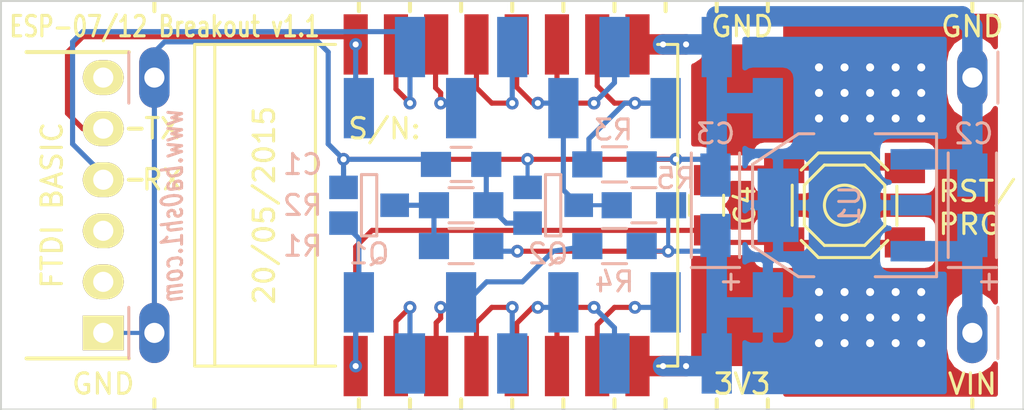
<source format=kicad_pcb>
(kicad_pcb (version 20171130) (host pcbnew "(5.1.12)-1")

  (general
    (thickness 1.6)
    (drawings 43)
    (tracks 245)
    (zones 0)
    (modules 17)
    (nets 23)
  )

  (page A4)
  (layers
    (0 F.Cu signal)
    (31 B.Cu signal)
    (32 B.Adhes user hide)
    (33 F.Adhes user hide)
    (34 B.Paste user hide)
    (35 F.Paste user hide)
    (36 B.SilkS user)
    (37 F.SilkS user)
    (38 B.Mask user)
    (39 F.Mask user hide)
    (40 Dwgs.User user hide)
    (41 Cmts.User user hide)
    (42 Eco1.User user hide)
    (43 Eco2.User user hide)
    (44 Edge.Cuts user)
    (45 Margin user hide)
    (46 B.CrtYd user hide)
    (47 F.CrtYd user hide)
    (48 B.Fab user hide)
    (49 F.Fab user hide)
  )

  (setup
    (last_trace_width 0.2032)
    (user_trace_width 0.1524)
    (user_trace_width 0.1524)
    (user_trace_width 0.254)
    (user_trace_width 0.381)
    (user_trace_width 0.508)
    (user_trace_width 1.016)
    (user_trace_width 1.27)
    (user_trace_width 1.524)
    (trace_clearance 0.1524)
    (zone_clearance 0.508)
    (zone_45_only no)
    (trace_min 0.1524)
    (via_size 0.635)
    (via_drill 0.3)
    (via_min_size 0.635)
    (via_min_drill 0.3)
    (user_via 0.635 0)
    (user_via 0.7366 0)
    (user_via 0.8382 0)
    (user_via 1.27 0.4)
    (uvia_size 0.508)
    (uvia_drill 0.127)
    (uvias_allowed no)
    (uvia_min_size 0.508)
    (uvia_min_drill 0.127)
    (edge_width 0.1)
    (segment_width 0.2)
    (pcb_text_width 0.3)
    (pcb_text_size 1.5 1.5)
    (mod_edge_width 0.15)
    (mod_text_size 1 1)
    (mod_text_width 0.15)
    (pad_size 2 1.5)
    (pad_drill 0)
    (pad_to_mask_clearance 0.1)
    (aux_axis_origin 106.68 138.43)
    (visible_elements 7FFFFF69)
    (pcbplotparams
      (layerselection 0x010f0_80000001)
      (usegerberextensions true)
      (usegerberattributes true)
      (usegerberadvancedattributes true)
      (creategerberjobfile true)
      (gerberprecision 5)
      (excludeedgelayer true)
      (linewidth 0.152400)
      (plotframeref false)
      (viasonmask false)
      (mode 1)
      (useauxorigin true)
      (hpglpennumber 1)
      (hpglpenspeed 20)
      (hpglpendiameter 15.000000)
      (psnegative false)
      (psa4output false)
      (plotreference true)
      (plotvalue true)
      (plotinvisibletext false)
      (padsonsilk false)
      (subtractmaskfromsilk false)
      (outputformat 1)
      (mirror false)
      (drillshape 0)
      (scaleselection 1)
      (outputdirectory "gerber"))
  )

  (net 0 "")
  (net 1 "Net-(C1-Pad1)")
  (net 2 GND)
  (net 3 +5V)
  (net 4 +3V3)
  (net 5 /CTS)
  (net 6 /V+)
  (net 7 /TXO)
  (net 8 /RXI)
  (net 9 /DTR)
  (net 10 /RESET)
  (net 11 "Net-(Q1-PadD)")
  (net 12 /GPIO0)
  (net 13 "Net-(M1-Pad10)")
  (net 14 "Net-(M1-Pad3)")
  (net 15 "Net-(M1-Pad2)")
  (net 16 "Net-(M1-Pad4)")
  (net 17 "Net-(M1-Pad5)")
  (net 18 "Net-(M1-Pad6)")
  (net 19 "Net-(M1-Pad7)")
  (net 20 "Net-(M1-Pad13)")
  (net 21 "Net-(M1-Pad14)")
  (net 22 "Net-(M1-Pad11)")

  (net_class Default "This is the default net class."
    (clearance 0.1524)
    (trace_width 0.2032)
    (via_dia 0.635)
    (via_drill 0.3)
    (uvia_dia 0.508)
    (uvia_drill 0.127)
    (add_net +3V3)
    (add_net +5V)
    (add_net /CTS)
    (add_net /DTR)
    (add_net /GPIO0)
    (add_net /RESET)
    (add_net /RXI)
    (add_net /TXO)
    (add_net /V+)
    (add_net GND)
    (add_net "Net-(C1-Pad1)")
    (add_net "Net-(M1-Pad10)")
    (add_net "Net-(M1-Pad11)")
    (add_net "Net-(M1-Pad13)")
    (add_net "Net-(M1-Pad14)")
    (add_net "Net-(M1-Pad2)")
    (add_net "Net-(M1-Pad3)")
    (add_net "Net-(M1-Pad4)")
    (add_net "Net-(M1-Pad5)")
    (add_net "Net-(M1-Pad6)")
    (add_net "Net-(M1-Pad7)")
    (add_net "Net-(Q1-PadD)")
  )

  (module Capacitors_Tantalum_SMD:TantalC_SizeA_EIA-3216_Wave (layer B.Cu) (tedit 555A8829) (tstamp 54FC78B4)
    (at 142.1765 128.27 90)
    (descr "Tantal Cap. , Size A, EIA-3216, Wave,")
    (tags "Tantal Cap. , Size A, EIA-3216, Wave,")
    (path /54AD5071)
    (attr smd)
    (fp_text reference C3 (at 3.556 0 180) (layer B.SilkS)
      (effects (font (size 1 1) (thickness 0.15)) (justify mirror))
    )
    (fp_text value 22u (at -0.0635 0.0635 90) (layer B.SilkS) hide
      (effects (font (size 0.254 0.254) (thickness 0.0254)) (justify mirror))
    )
    (fp_line (start -3.09626 1.19888) (end -3.09626 -1.19888) (layer B.SilkS) (width 0.15))
    (fp_line (start 2.60096 1.19888) (end -2.60096 1.19888) (layer B.SilkS) (width 0.15))
    (fp_line (start -2.60096 -1.19888) (end 2.60096 -1.19888) (layer B.SilkS) (width 0.15))
    (fp_text user + (at -3.81 0.6985 90) (layer B.SilkS)
      (effects (font (size 1 1) (thickness 0.15)) (justify mirror))
    )
    (pad 2 smd rect (at 1.50114 0 90) (size 2.14884 1.50114) (layers B.Cu B.Paste B.Mask)
      (net 2 GND))
    (pad 1 smd rect (at -1.50114 0 90) (size 2.14884 1.50114) (layers B.Cu B.Paste B.Mask)
      (net 4 +3V3))
    (model Capacitors_Tantalum_SMD/TantalC_SizeA_EIA-3216_Wave.wrl
      (at (xyz 0 0 0))
      (scale (xyz 1 1 1))
      (rotate (xyz 0 0 180))
    )
  )

  (module Capacitors_Tantalum_SMD:TantalC_SizeA_EIA-3216_Wave (layer B.Cu) (tedit 54FC797B) (tstamp 54FC78AF)
    (at 154.94 128.27 90)
    (descr "Tantal Cap. , Size A, EIA-3216, Wave,")
    (tags "Tantal Cap. , Size A, EIA-3216, Wave,")
    (path /54AD50D3)
    (attr smd)
    (fp_text reference C2 (at 3.556 0.0635) (layer B.SilkS)
      (effects (font (size 1 1) (thickness 0.15)) (justify mirror))
    )
    (fp_text value 4u7 (at -0.09906 -3.0988 90) (layer B.SilkS) hide
      (effects (font (size 1 1) (thickness 0.15)) (justify mirror))
    )
    (fp_line (start -3.09626 1.19888) (end -3.09626 -1.19888) (layer B.SilkS) (width 0.15))
    (fp_line (start 2.60096 1.19888) (end -2.60096 1.19888) (layer B.SilkS) (width 0.15))
    (fp_line (start -2.60096 -1.19888) (end 2.60096 -1.19888) (layer B.SilkS) (width 0.15))
    (fp_text user + (at -3.81 0.762 90) (layer B.SilkS)
      (effects (font (size 1 1) (thickness 0.15)) (justify mirror))
    )
    (pad 2 smd rect (at 1.50114 0 90) (size 2.14884 1.50114) (layers B.Cu B.Paste B.Mask)
      (net 2 GND))
    (pad 1 smd rect (at -1.50114 0 90) (size 2.14884 1.50114) (layers B.Cu B.Paste B.Mask)
      (net 3 +5V))
    (model Capacitors_Tantalum_SMD/TantalC_SizeA_EIA-3216_Wave.wrl
      (at (xyz 0 0 0))
      (scale (xyz 1 1 1))
      (rotate (xyz 0 0 180))
    )
  )

  (module Switch:PUSH_4x4_SMD (layer F.Cu) (tedit 54E04A6C) (tstamp 54AE9056)
    (at 148.59 128.27)
    (descr "Pushbutton, 4x4, SMD")
    (path /54AD3C67)
    (autoplace_cost180 10)
    (fp_text reference SW1 (at 0 -3.59918) (layer F.SilkS) hide
      (effects (font (size 1.016 1.016) (thickness 0.1524)))
    )
    (fp_text value SW_PUSH (at 0 0) (layer F.SilkS) hide
      (effects (font (size 0.254 0.254) (thickness 0.0254)))
    )
    (fp_circle (center 0 0) (end -1.00076 0) (layer F.SilkS) (width 0.1524))
    (fp_line (start 1.30048 -2.60096) (end -1.30048 -2.60096) (layer F.SilkS) (width 0.1524))
    (fp_line (start -1.30048 2.60096) (end 1.30048 2.60096) (layer F.SilkS) (width 0.1524))
    (fp_line (start -1.99898 -1.00076) (end -1.99898 1.00076) (layer F.SilkS) (width 0.1524))
    (fp_line (start -1.00076 -1.99898) (end -1.99898 -1.00076) (layer F.SilkS) (width 0.1524))
    (fp_line (start 1.00076 -1.99898) (end -1.00076 -1.99898) (layer F.SilkS) (width 0.1524))
    (fp_line (start 1.99898 -1.00076) (end 1.00076 -1.99898) (layer F.SilkS) (width 0.1524))
    (fp_line (start 1.99898 1.00076) (end 1.99898 -1.00076) (layer F.SilkS) (width 0.1524))
    (fp_line (start 1.00076 1.99898) (end 1.99898 1.00076) (layer F.SilkS) (width 0.1524))
    (fp_line (start -1.00076 1.99898) (end 1.00076 1.99898) (layer F.SilkS) (width 0.1524))
    (fp_line (start -1.99898 1.00076) (end -1.00076 1.99898) (layer F.SilkS) (width 0.1524))
    (fp_line (start -1.3 -2.6) (end -2.15 -1.75) (layer F.SilkS) (width 0.1524))
    (fp_line (start 1.3 -2.6) (end 2.15 -1.75) (layer F.SilkS) (width 0.1524))
    (fp_line (start -1.3 2.6) (end -2.15 1.75) (layer F.SilkS) (width 0.1524))
    (fp_line (start 1.3 2.6) (end 2.15 1.75) (layer F.SilkS) (width 0.1524))
    (fp_line (start 2.6 1) (end 2.6 -0.95) (layer F.SilkS) (width 0.1524))
    (fp_line (start -2.6 -1) (end -2.6 1) (layer F.SilkS) (width 0.1524))
    (pad 1 smd rect (at -2.99974 -1.84912) (size 2 1.5) (layers F.Cu F.Paste F.Mask)
      (net 2 GND))
    (pad 2 smd rect (at 2.99974 1.84912) (size 2 1.5) (layers F.Cu F.Paste F.Mask)
      (net 10 /RESET))
    (pad 2 smd rect (at -2.99974 1.84912) (size 2 1.5) (layers F.Cu F.Paste F.Mask)
      (net 10 /RESET))
    (pad 1 smd rect (at 2.99974 -1.84912) (size 2 1.5) (layers F.Cu F.Paste F.Mask)
      (net 2 GND))
    (model D:/Workspace/KiCad/modules/packages3d/PUSH_4x4_SMD.wrl
      (at (xyz 0 0 0))
      (scale (xyz 1 1 1))
      (rotate (xyz 0 0 0))
    )
  )

  (module SMD_Packages:SOT-23-GDS (layer B.Cu) (tedit 5506DBEC) (tstamp 54AEA54D)
    (at 134.112 128.27 270)
    (descr "Module CMS SOT23 Transistore EBC")
    (tags "CMS SOT")
    (path /54AD3C30)
    (attr smd)
    (fp_text reference Q2 (at 2.413 0.254 180) (layer B.SilkS)
      (effects (font (size 1 1) (thickness 0.15)) (justify mirror))
    )
    (fp_text value BSS138 (at 0 0 270) (layer B.SilkS) hide
      (effects (font (size 0.254 0.254) (thickness 0.0254)) (justify mirror))
    )
    (fp_line (start -1.524 -0.381) (end -1.524 0.381) (layer B.SilkS) (width 0.15))
    (fp_line (start 1.524 -0.381) (end -1.524 -0.381) (layer B.SilkS) (width 0.15))
    (fp_line (start 1.524 0.381) (end 1.524 -0.381) (layer B.SilkS) (width 0.15))
    (fp_line (start -1.524 0.381) (end 1.524 0.381) (layer B.SilkS) (width 0.15))
    (pad S smd rect (at -0.889 1.27 270) (size 1.1684 1.4224) (layers B.Cu B.Paste B.Mask)
      (net 2 GND))
    (pad G smd rect (at 0.889 1.27 270) (size 1.1684 1.4224) (layers B.Cu B.Paste B.Mask)
      (net 1 "Net-(C1-Pad1)"))
    (pad D smd rect (at 0 -1.27 270) (size 1.1684 1.4224) (layers B.Cu B.Paste B.Mask)
      (net 12 /GPIO0))
    (model SMD_Packages/SOT-23-GDS.wrl
      (at (xyz 0 0 0))
      (scale (xyz 0.13 0.15 0.15))
      (rotate (xyz 0 0 0))
    )
  )

  (module SMD_Packages:SOT-23-GDS (layer B.Cu) (tedit 5506DBF4) (tstamp 54B14682)
    (at 124.968 128.27 270)
    (descr "Module CMS SOT23 Transistore EBC")
    (tags "CMS SOT")
    (path /54AD3D9E)
    (attr smd)
    (fp_text reference Q1 (at 2.413 0 180) (layer B.SilkS)
      (effects (font (size 1 1) (thickness 0.15)) (justify mirror))
    )
    (fp_text value BSS138 (at 0 0 270) (layer B.SilkS) hide
      (effects (font (size 0.254 0.254) (thickness 0.0254)) (justify mirror))
    )
    (fp_line (start -1.524 -0.381) (end -1.524 0.381) (layer B.SilkS) (width 0.15))
    (fp_line (start 1.524 -0.381) (end -1.524 -0.381) (layer B.SilkS) (width 0.15))
    (fp_line (start 1.524 0.381) (end 1.524 -0.381) (layer B.SilkS) (width 0.15))
    (fp_line (start -1.524 0.381) (end 1.524 0.381) (layer B.SilkS) (width 0.15))
    (pad S smd rect (at -0.889 1.27 270) (size 1.1684 1.4224) (layers B.Cu B.Paste B.Mask)
      (net 2 GND))
    (pad G smd rect (at 0.889 1.27 270) (size 1.1684 1.4224) (layers B.Cu B.Paste B.Mask)
      (net 10 /RESET))
    (pad D smd rect (at 0 -1.27 270) (size 1.1684 1.4224) (layers B.Cu B.Paste B.Mask)
      (net 11 "Net-(Q1-PadD)"))
    (model SMD_Packages/SOT-23-GDS.wrl
      (at (xyz 0 0 0))
      (scale (xyz 0.13 0.15 0.15))
      (rotate (xyz 0 0 0))
    )
  )

  (module Breakout:SMD-PINHEADER-11A (layer B.Cu) (tedit 54E04054) (tstamp 54B12F2F)
    (at 114.3 121.92)
    (path /54AE7D67)
    (attr virtual)
    (fp_text reference P2 (at 0 2.54) (layer B.SilkS) hide
      (effects (font (size 1.016 1.016) (thickness 0.1524)) (justify mirror))
    )
    (fp_text value CONN_01X11 (at 2.54 0) (layer B.SilkS) hide
      (effects (font (size 0.254 0.254) (thickness 0.0254)) (justify mirror))
    )
    (fp_line (start -1.27 1.27) (end -1.27 -1.27) (layer B.SilkS) (width 0.15))
    (fp_line (start 41.91 1.27) (end 41.91 -1.27) (layer B.SilkS) (width 0.15))
    (pad 11 thru_hole oval (at 40.64 0) (size 1.50622 3.01498) (drill 0.99822) (layers *.Cu *.Mask)
      (net 2 GND))
    (pad 1 thru_hole oval (at 0 0) (size 1.50622 3.01498) (drill 0.99822) (layers *.Cu *.Mask)
      (net 2 GND))
    (pad 2 smd rect (at 10.16 1.52) (size 1.5 3) (layers B.Cu B.Paste B.Mask)
      (net 8 /RXI))
    (pad 3 smd rect (at 12.7 -1.52) (size 1.5 3) (layers B.Cu B.Paste B.Mask)
      (net 7 /TXO))
    (pad 4 smd rect (at 15.24 1.52) (size 1.5 3) (layers B.Cu B.Paste B.Mask)
      (net 21 "Net-(M1-Pad14)"))
    (pad 5 smd rect (at 17.78 -1.52) (size 1.5 3) (layers B.Cu B.Paste B.Mask)
      (net 20 "Net-(M1-Pad13)"))
    (pad 6 smd rect (at 20.32 1.52) (size 1.5 3) (layers B.Cu B.Paste B.Mask)
      (net 12 /GPIO0))
    (pad 7 smd rect (at 22.86 -1.52) (size 1.5 3) (layers B.Cu B.Paste B.Mask)
      (net 22 "Net-(M1-Pad11)"))
    (pad 8 smd rect (at 25.4 1.52) (size 1.5 3) (layers B.Cu B.Paste B.Mask)
      (net 13 "Net-(M1-Pad10)"))
    (pad 9 smd rect (at 27.94 -1.52) (size 1.5 3) (layers B.Cu B.Paste B.Mask)
      (net 2 GND))
    (pad 10 smd rect (at 30.48 1.52) (size 1.5 3) (layers B.Cu B.Paste B.Mask)
      (net 2 GND))
  )

  (module Breakout:SMD-PINHEADER-11B (layer B.Cu) (tedit 54E03FE7) (tstamp 54B12F45)
    (at 114.3 134.62)
    (path /54AE7843)
    (attr virtual)
    (fp_text reference P3 (at 0 -2.54) (layer B.SilkS) hide
      (effects (font (size 1.016 1.016) (thickness 0.1524)) (justify mirror))
    )
    (fp_text value CONN_01X11 (at 2.54 0) (layer B.SilkS) hide
      (effects (font (size 0.254 0.254) (thickness 0.0254)) (justify mirror))
    )
    (fp_line (start -1.27 1.27) (end -1.27 -1.27) (layer B.SilkS) (width 0.15))
    (fp_line (start 41.91 1.27) (end 41.91 -1.27) (layer B.SilkS) (width 0.15))
    (pad 11 thru_hole oval (at 40.64 0) (size 1.50622 3.01498) (drill 0.99822) (layers *.Cu *.Mask)
      (net 3 +5V))
    (pad 1 thru_hole oval (at 0 0) (size 1.5 3) (drill 1) (layers *.Cu *.Mask)
      (net 2 GND))
    (pad 2 smd rect (at 10.16 -1.52) (size 1.5 3) (layers B.Cu B.Paste B.Mask)
      (net 10 /RESET))
    (pad 3 smd rect (at 12.7 1.52) (size 1.5 3) (layers B.Cu B.Paste B.Mask)
      (net 15 "Net-(M1-Pad2)"))
    (pad 4 smd rect (at 15.24 -1.52) (size 1.5 3) (layers B.Cu B.Paste B.Mask)
      (net 14 "Net-(M1-Pad3)"))
    (pad 5 smd rect (at 17.78 1.52) (size 1.5 3) (layers B.Cu B.Paste B.Mask)
      (net 16 "Net-(M1-Pad4)"))
    (pad 6 smd rect (at 20.32 -1.52) (size 1.5 3) (layers B.Cu B.Paste B.Mask)
      (net 17 "Net-(M1-Pad5)"))
    (pad 7 smd rect (at 22.86 1.52) (size 1.5 3) (layers B.Cu B.Paste B.Mask)
      (net 18 "Net-(M1-Pad6)"))
    (pad 8 smd rect (at 25.4 -1.52) (size 1.5 3) (layers B.Cu B.Paste B.Mask)
      (net 19 "Net-(M1-Pad7)"))
    (pad 9 smd rect (at 27.94 1.52) (size 1.5 3) (layers B.Cu B.Paste B.Mask)
      (net 4 +3V3))
    (pad 10 smd rect (at 30.48 -1.52) (size 1.5 3) (layers B.Cu B.Paste B.Mask)
      (net 4 +3V3))
  )

  (module Pin_Headers:Pin_Header_Angled_1x06 (layer F.Cu) (tedit 54C11447) (tstamp 54B1F246)
    (at 111.76 128.27 90)
    (descr "Through hole pin header")
    (tags "pin header")
    (path /54AD3CB0)
    (fp_text reference P1 (at 0 -3.81 90) (layer F.SilkS) hide
      (effects (font (size 1 1) (thickness 0.15)))
    )
    (fp_text value "FTDI BASIC" (at 0 -2.54 90) (layer F.SilkS)
      (effects (font (size 1.016 1.016) (thickness 0.1524)))
    )
    (pad 1 thru_hole rect (at -6.35 0 90) (size 1.7272 2.032) (drill 1) (layers *.Cu *.Mask F.SilkS)
      (net 2 GND))
    (pad 2 thru_hole oval (at -3.81 0 90) (size 1.7272 2.032) (drill 1) (layers *.Cu *.Mask F.SilkS)
      (net 5 /CTS))
    (pad 3 thru_hole oval (at -1.27 0 90) (size 1.7272 2.032) (drill 1) (layers *.Cu *.Mask F.SilkS)
      (net 6 /V+))
    (pad 4 thru_hole oval (at 1.27 0 90) (size 1.7272 2.032) (drill 1) (layers *.Cu *.Mask F.SilkS)
      (net 7 /TXO))
    (pad 5 thru_hole oval (at 3.81 0 90) (size 1.7272 2.032) (drill 1) (layers *.Cu *.Mask F.SilkS)
      (net 8 /RXI))
    (pad 6 thru_hole oval (at 6.35 0 90) (size 1.7272 2.032) (drill 1) (layers *.Cu *.Mask F.SilkS)
      (net 9 /DTR))
    (model Pin_Headers/Pin_Header_Angled_1x06.wrl
      (at (xyz 0 0 0))
      (scale (xyz 1 1 1))
      (rotate (xyz 0 0 0))
    )
  )

  (module ESP8266:ESP-07 (layer F.Cu) (tedit 54B145D5) (tstamp 54B12F19)
    (at 130.302 128.27)
    (path /54AAAAD0)
    (fp_text reference M1 (at 0 0) (layer F.SilkS) hide
      (effects (font (size 1 1) (thickness 0.15)))
    )
    (fp_text value ESP-07 (at -6.604 0 90) (layer F.SilkS) hide
      (effects (font (size 1.016 1.016) (thickness 0.1524)))
    )
    (fp_line (start 10 -8) (end 9 -8) (layer F.SilkS) (width 0.15))
    (fp_line (start 10 8) (end 10 -8) (layer F.SilkS) (width 0.15))
    (fp_line (start 9 8) (end 10 8) (layer F.SilkS) (width 0.15))
    (fp_line (start -13 -8) (end -7 -8) (layer F.SilkS) (width 0.15))
    (fp_line (start -13 8) (end -13 -8) (layer F.SilkS) (width 0.15))
    (fp_line (start -7 8) (end -13 8) (layer F.SilkS) (width 0.15))
    (fp_line (start -8 -8) (end -8 8) (layer F.SilkS) (width 0.15))
    (fp_line (start -14 8) (end -13 8) (layer F.SilkS) (width 0.15))
    (fp_line (start -14 -8) (end -14 8) (layer F.SilkS) (width 0.15))
    (fp_line (start -13 -8) (end -14 -8) (layer F.SilkS) (width 0.15))
    (pad 1 smd rect (at -6 8) (size 1.2 3) (layers F.Cu F.Paste F.Mask)
      (net 10 /RESET))
    (pad 2 smd rect (at -4 8) (size 1.2 3) (layers F.Cu F.Paste F.Mask)
      (net 15 "Net-(M1-Pad2)"))
    (pad 3 smd rect (at -2 8) (size 1.2 3) (layers F.Cu F.Paste F.Mask)
      (net 14 "Net-(M1-Pad3)"))
    (pad 4 smd rect (at 0 8) (size 1.2 3) (layers F.Cu F.Paste F.Mask)
      (net 16 "Net-(M1-Pad4)"))
    (pad 5 smd rect (at 2 8) (size 1.2 3) (layers F.Cu F.Paste F.Mask)
      (net 17 "Net-(M1-Pad5)"))
    (pad 6 smd rect (at 4 8) (size 1.2 3) (layers F.Cu F.Paste F.Mask)
      (net 18 "Net-(M1-Pad6)"))
    (pad 7 smd rect (at 6 8) (size 1.2 3) (layers F.Cu F.Paste F.Mask)
      (net 19 "Net-(M1-Pad7)"))
    (pad 8 smd rect (at 8 8) (size 1.2 3) (layers F.Cu F.Paste F.Mask)
      (net 4 +3V3))
    (pad 9 smd rect (at 8 -8) (size 1.2 3) (layers F.Cu F.Paste F.Mask)
      (net 2 GND))
    (pad 10 smd rect (at 6 -8) (size 1.2 3) (layers F.Cu F.Paste F.Mask)
      (net 13 "Net-(M1-Pad10)"))
    (pad 12 smd rect (at 2 -8) (size 1.2 3) (layers F.Cu F.Paste F.Mask)
      (net 12 /GPIO0))
    (pad 13 smd rect (at 0 -8) (size 1.2 3) (layers F.Cu F.Paste F.Mask)
      (net 20 "Net-(M1-Pad13)"))
    (pad 14 smd rect (at -2 -8) (size 1.2 3) (layers F.Cu F.Paste F.Mask)
      (net 21 "Net-(M1-Pad14)"))
    (pad 15 smd rect (at -4 -8) (size 1.2 3) (layers F.Cu F.Paste F.Mask)
      (net 7 /TXO))
    (pad 16 smd rect (at -6 -8) (size 1.2 3) (layers F.Cu F.Paste F.Mask)
      (net 8 /RXI))
    (pad 11 smd rect (at 4 -8) (size 1.2 3) (layers F.Cu F.Paste F.Mask)
      (net 22 "Net-(M1-Pad11)"))
  )

  (module SMD_Packages:SOT-223 (layer B.Cu) (tedit 54B2011B) (tstamp 54B14C77)
    (at 148.59 128.27 270)
    (descr "module CMS SOT223 4 pins")
    (tags "CMS SOT")
    (path /54AD4F12)
    (attr smd)
    (fp_text reference U1 (at 0 -0.254 270) (layer B.SilkS)
      (effects (font (size 1 1) (thickness 0.15)) (justify mirror))
    )
    (fp_text value 1117-3.3 (at 0 -0.762 270) (layer B.SilkS) hide
      (effects (font (size 0.254 0.254) (thickness 0.0254)) (justify mirror))
    )
    (fp_line (start 3.556 2.286) (end 3.556 1.524) (layer B.SilkS) (width 0.15))
    (fp_line (start 2.032 4.572) (end 3.556 2.286) (layer B.SilkS) (width 0.15))
    (fp_line (start -2.032 4.572) (end 2.032 4.572) (layer B.SilkS) (width 0.15))
    (fp_line (start -3.556 2.286) (end -2.032 4.572) (layer B.SilkS) (width 0.15))
    (fp_line (start -3.556 1.524) (end -3.556 2.286) (layer B.SilkS) (width 0.15))
    (fp_line (start 3.556 -4.572) (end 3.556 -1.524) (layer B.SilkS) (width 0.15))
    (fp_line (start -3.556 -4.572) (end 3.556 -4.572) (layer B.SilkS) (width 0.15))
    (fp_line (start -3.556 -1.524) (end -3.556 -4.572) (layer B.SilkS) (width 0.15))
    (pad 2 smd rect (at 0 3.302 270) (size 3.6576 2.032) (layers B.Cu B.Paste B.Mask)
      (net 4 +3V3))
    (pad 2 smd rect (at 0 -3.302 270) (size 1.016 2.032) (layers B.Cu B.Paste B.Mask)
      (net 4 +3V3))
    (pad 3 smd rect (at 2.286 -3.302 270) (size 1.016 2.032) (layers B.Cu B.Paste B.Mask)
      (net 3 +5V))
    (pad 1 smd rect (at -2.286 -3.302 270) (size 1.016 2.032) (layers B.Cu B.Paste B.Mask)
      (net 2 GND))
    (model SMD_Packages/SOT-223.wrl
      (at (xyz 0 0 0))
      (scale (xyz 0.4 0.4 0.4))
      (rotate (xyz 0 0 0))
    )
  )

  (module Capacitors_SMD:C_0805_HandSoldering (layer B.Cu) (tedit 5506DBE0) (tstamp 54AE96B8)
    (at 129.54 126.238 180)
    (descr "Capacitor SMD 0805, hand soldering")
    (tags "capacitor 0805")
    (path /54AD3E65)
    (attr smd)
    (fp_text reference C1 (at 7.874 0 180) (layer B.SilkS)
      (effects (font (size 1 1) (thickness 0.15)) (justify mirror))
    )
    (fp_text value 2u2 (at 0 0 90) (layer B.SilkS) hide
      (effects (font (size 0.254 0.254) (thickness 0.0254)) (justify mirror))
    )
    (fp_line (start -0.5 -0.85) (end 0.5 -0.85) (layer B.SilkS) (width 0.15))
    (fp_line (start 0.5 0.85) (end -0.5 0.85) (layer B.SilkS) (width 0.15))
    (fp_line (start 2.3 1) (end 2.3 -1) (layer B.CrtYd) (width 0.05))
    (fp_line (start -2.3 1) (end -2.3 -1) (layer B.CrtYd) (width 0.05))
    (fp_line (start -2.3 -1) (end 2.3 -1) (layer B.CrtYd) (width 0.05))
    (fp_line (start -2.3 1) (end 2.3 1) (layer B.CrtYd) (width 0.05))
    (pad 1 smd rect (at -1.25 0 180) (size 1.5 1.25) (layers B.Cu B.Paste B.Mask)
      (net 1 "Net-(C1-Pad1)"))
    (pad 2 smd rect (at 1.25 0 180) (size 1.5 1.25) (layers B.Cu B.Paste B.Mask)
      (net 2 GND))
    (model Capacitors_SMD/C_0805_HandSoldering.wrl
      (at (xyz 0 0 0))
      (scale (xyz 1 1 1))
      (rotate (xyz 0 0 0))
    )
  )

  (module Resistors_SMD:R_0805_HandSoldering (layer B.Cu) (tedit 5506DBE5) (tstamp 54AE96C5)
    (at 129.54 130.302 180)
    (descr "Resistor SMD 0805, hand soldering")
    (tags "resistor 0805")
    (path /54AD3DBC)
    (attr smd)
    (fp_text reference R1 (at 7.874 0) (layer B.SilkS)
      (effects (font (size 1 1) (thickness 0.15)) (justify mirror))
    )
    (fp_text value 470K (at 0 0 90) (layer B.SilkS) hide
      (effects (font (size 0.254 0.254) (thickness 0.0254)) (justify mirror))
    )
    (fp_line (start -0.6 0.875) (end 0.6 0.875) (layer B.SilkS) (width 0.15))
    (fp_line (start 0.6 -0.875) (end -0.6 -0.875) (layer B.SilkS) (width 0.15))
    (fp_line (start 2.4 1) (end 2.4 -1) (layer B.CrtYd) (width 0.05))
    (fp_line (start -2.4 1) (end -2.4 -1) (layer B.CrtYd) (width 0.05))
    (fp_line (start -2.4 -1) (end 2.4 -1) (layer B.CrtYd) (width 0.05))
    (fp_line (start -2.4 1) (end 2.4 1) (layer B.CrtYd) (width 0.05))
    (pad 1 smd rect (at -1.35 0 180) (size 1.5 1.3) (layers B.Cu B.Paste B.Mask)
      (net 4 +3V3))
    (pad 2 smd rect (at 1.35 0 180) (size 1.5 1.3) (layers B.Cu B.Paste B.Mask)
      (net 11 "Net-(Q1-PadD)"))
    (model Resistors_SMD/R_0805_HandSoldering.wrl
      (at (xyz 0 0 0))
      (scale (xyz 1 1 1))
      (rotate (xyz 0 0 0))
    )
  )

  (module Resistors_SMD:R_0805_HandSoldering (layer B.Cu) (tedit 5506DBDC) (tstamp 54AD5238)
    (at 129.54 128.27 180)
    (descr "Resistor SMD 0805, hand soldering")
    (tags "resistor 0805")
    (path /54AD417F)
    (attr smd)
    (fp_text reference R2 (at 7.874 0 180) (layer B.SilkS)
      (effects (font (size 1 1) (thickness 0.15)) (justify mirror))
    )
    (fp_text value 100K (at 0 0 180) (layer B.SilkS) hide
      (effects (font (size 0.254 0.254) (thickness 0.0254)) (justify mirror))
    )
    (fp_line (start -0.6 0.875) (end 0.6 0.875) (layer B.SilkS) (width 0.15))
    (fp_line (start 0.6 -0.875) (end -0.6 -0.875) (layer B.SilkS) (width 0.15))
    (fp_line (start 2.4 1) (end 2.4 -1) (layer B.CrtYd) (width 0.05))
    (fp_line (start -2.4 1) (end -2.4 -1) (layer B.CrtYd) (width 0.05))
    (fp_line (start -2.4 -1) (end 2.4 -1) (layer B.CrtYd) (width 0.05))
    (fp_line (start -2.4 1) (end 2.4 1) (layer B.CrtYd) (width 0.05))
    (pad 1 smd rect (at -1.35 0 180) (size 1.5 1.3) (layers B.Cu B.Paste B.Mask)
      (net 1 "Net-(C1-Pad1)"))
    (pad 2 smd rect (at 1.35 0 180) (size 1.5 1.3) (layers B.Cu B.Paste B.Mask)
      (net 11 "Net-(Q1-PadD)"))
    (model Resistors_SMD/R_0805_HandSoldering.wrl
      (at (xyz 0 0 0))
      (scale (xyz 1 1 1))
      (rotate (xyz 0 0 0))
    )
  )

  (module Resistors_SMD:R_0805_HandSoldering (layer B.Cu) (tedit 555A8B2A) (tstamp 54AD523E)
    (at 137.16 126.238 180)
    (descr "Resistor SMD 0805, hand soldering")
    (tags "resistor 0805")
    (path /54AD7C25)
    (attr smd)
    (fp_text reference R3 (at 0.0635 1.7145 180) (layer B.SilkS)
      (effects (font (size 1 1) (thickness 0.15)) (justify mirror))
    )
    (fp_text value 10K (at 0 0 180) (layer B.SilkS) hide
      (effects (font (size 0.254 0.254) (thickness 0.0254)) (justify mirror))
    )
    (fp_line (start -0.6 0.875) (end 0.6 0.875) (layer B.SilkS) (width 0.15))
    (fp_line (start 0.6 -0.875) (end -0.6 -0.875) (layer B.SilkS) (width 0.15))
    (fp_line (start 2.4 1) (end 2.4 -1) (layer B.CrtYd) (width 0.05))
    (fp_line (start -2.4 1) (end -2.4 -1) (layer B.CrtYd) (width 0.05))
    (fp_line (start -2.4 -1) (end 2.4 -1) (layer B.CrtYd) (width 0.05))
    (fp_line (start -2.4 1) (end 2.4 1) (layer B.CrtYd) (width 0.05))
    (pad 1 smd rect (at -1.35 0 180) (size 1.5 1.3) (layers B.Cu B.Paste B.Mask)
      (net 2 GND))
    (pad 2 smd rect (at 1.35 0 180) (size 1.5 1.3) (layers B.Cu B.Paste B.Mask)
      (net 13 "Net-(M1-Pad10)"))
    (model Resistors_SMD/R_0805_HandSoldering.wrl
      (at (xyz 0 0 0))
      (scale (xyz 1 1 1))
      (rotate (xyz 0 0 0))
    )
  )

  (module Resistors_SMD:R_0805_HandSoldering (layer B.Cu) (tedit 54B0A223) (tstamp 54AD5244)
    (at 137.16 130.302)
    (descr "Resistor SMD 0805, hand soldering")
    (tags "resistor 0805")
    (path /54AD84DF)
    (attr smd)
    (fp_text reference R4 (at 0 1.778) (layer B.SilkS)
      (effects (font (size 1 1) (thickness 0.15)) (justify mirror))
    )
    (fp_text value 47K (at 0 0) (layer B.SilkS) hide
      (effects (font (size 0.254 0.254) (thickness 0.0254)) (justify mirror))
    )
    (fp_line (start -0.6 0.875) (end 0.6 0.875) (layer B.SilkS) (width 0.15))
    (fp_line (start 0.6 -0.875) (end -0.6 -0.875) (layer B.SilkS) (width 0.15))
    (fp_line (start 2.4 1) (end 2.4 -1) (layer B.CrtYd) (width 0.05))
    (fp_line (start -2.4 1) (end -2.4 -1) (layer B.CrtYd) (width 0.05))
    (fp_line (start -2.4 -1) (end 2.4 -1) (layer B.CrtYd) (width 0.05))
    (fp_line (start -2.4 1) (end 2.4 1) (layer B.CrtYd) (width 0.05))
    (pad 1 smd rect (at -1.35 0) (size 1.5 1.3) (layers B.Cu B.Paste B.Mask)
      (net 14 "Net-(M1-Pad3)"))
    (pad 2 smd rect (at 1.35 0) (size 1.5 1.3) (layers B.Cu B.Paste B.Mask)
      (net 4 +3V3))
    (model Resistors_SMD/R_0805_HandSoldering.wrl
      (at (xyz 0 0 0))
      (scale (xyz 1 1 1))
      (rotate (xyz 0 0 0))
    )
  )

  (module Capacitors_SMD:C_0805_HandSoldering (layer F.Cu) (tedit 54B1F63D) (tstamp 54B0AE63)
    (at 141.732 128.27 90)
    (descr "Capacitor SMD 0805, hand soldering")
    (tags "capacitor 0805")
    (path /54AF2F9C)
    (attr smd)
    (fp_text reference C4 (at 0 1.905 270) (layer F.SilkS)
      (effects (font (size 1 1) (thickness 0.15)))
    )
    (fp_text value 0.1u (at 0 0.127 90) (layer F.SilkS) hide
      (effects (font (size 0.254 0.254) (thickness 0.0254)))
    )
    (fp_line (start -0.5 0.85) (end 0.5 0.85) (layer F.SilkS) (width 0.15))
    (fp_line (start 0.5 -0.85) (end -0.5 -0.85) (layer F.SilkS) (width 0.15))
    (fp_line (start 2.3 -1) (end 2.3 1) (layer F.CrtYd) (width 0.05))
    (fp_line (start -2.3 -1) (end -2.3 1) (layer F.CrtYd) (width 0.05))
    (fp_line (start -2.3 1) (end 2.3 1) (layer F.CrtYd) (width 0.05))
    (fp_line (start -2.3 -1) (end 2.3 -1) (layer F.CrtYd) (width 0.05))
    (pad 1 smd rect (at -1.25 0 90) (size 1.5 1.25) (layers F.Cu F.Paste F.Mask)
      (net 10 /RESET))
    (pad 2 smd rect (at 1.25 0 90) (size 1.5 1.25) (layers F.Cu F.Paste F.Mask)
      (net 2 GND))
    (model Capacitors_SMD/C_0805_HandSoldering.wrl
      (at (xyz 0 0 0))
      (scale (xyz 1 1 1))
      (rotate (xyz 0 0 0))
    )
  )

  (module Resistors_SMD:R_0805_HandSoldering (layer B.Cu) (tedit 555A8B4B) (tstamp 555A87BC)
    (at 138.6205 128.27)
    (descr "Resistor SMD 0805, hand soldering")
    (tags "resistor 0805")
    (path /555AA470)
    (attr smd)
    (fp_text reference R5 (at 1.5875 -1.3335) (layer B.SilkS)
      (effects (font (size 1 1) (thickness 0.15)) (justify mirror))
    )
    (fp_text value 10K (at 0 0 90) (layer B.Fab) hide
      (effects (font (size 0.254 0.254) (thickness 0.0254)) (justify mirror))
    )
    (fp_line (start -0.6 0.875) (end 0.6 0.875) (layer B.SilkS) (width 0.15))
    (fp_line (start 0.6 -0.875) (end -0.6 -0.875) (layer B.SilkS) (width 0.15))
    (fp_line (start 2.4 1) (end 2.4 -1) (layer B.CrtYd) (width 0.05))
    (fp_line (start -2.4 1) (end -2.4 -1) (layer B.CrtYd) (width 0.05))
    (fp_line (start -2.4 -1) (end 2.4 -1) (layer B.CrtYd) (width 0.05))
    (fp_line (start -2.4 1) (end 2.4 1) (layer B.CrtYd) (width 0.05))
    (pad 1 smd rect (at -1.35 0) (size 1.5 1.3) (layers B.Cu B.Paste B.Mask)
      (net 12 /GPIO0))
    (pad 2 smd rect (at 1.35 0) (size 1.5 1.3) (layers B.Cu B.Paste B.Mask)
      (net 4 +3V3))
    (model Resistors_SMD.3dshapes/R_0805_HandSoldering.wrl
      (at (xyz 0 0 0))
      (scale (xyz 1 1 1))
      (rotate (xyz 0 0 0))
    )
  )

  (gr_line (start 154.94 118.618) (end 154.94 118.1735) (angle 90) (layer F.SilkS) (width 0.2))
  (gr_line (start 144.78 118.618) (end 144.78 118.1735) (angle 90) (layer F.SilkS) (width 0.2))
  (gr_line (start 142.24 118.618) (end 142.24 118.1735) (angle 90) (layer F.SilkS) (width 0.2))
  (gr_line (start 139.7 118.618) (end 139.7 118.1735) (angle 90) (layer F.SilkS) (width 0.2))
  (gr_line (start 137.16 118.618) (end 137.16 118.1735) (angle 90) (layer F.SilkS) (width 0.2))
  (gr_line (start 134.62 118.618) (end 134.62 118.1735) (angle 90) (layer F.SilkS) (width 0.2))
  (gr_line (start 132.08 118.618) (end 132.08 118.1735) (angle 90) (layer F.SilkS) (width 0.2))
  (gr_line (start 129.54 118.618) (end 129.54 118.1735) (angle 90) (layer F.SilkS) (width 0.2))
  (gr_line (start 127 118.618) (end 127 118.1735) (angle 90) (layer F.SilkS) (width 0.2))
  (gr_line (start 124.46 118.618) (end 124.46 118.1735) (angle 90) (layer F.SilkS) (width 0.2))
  (gr_line (start 114.3 118.618) (end 114.3 118.1735) (angle 90) (layer F.SilkS) (width 0.2))
  (gr_line (start 154.94 137.922) (end 154.94 138.3665) (angle 90) (layer F.SilkS) (width 0.2))
  (gr_line (start 144.78 137.922) (end 144.78 138.3665) (angle 90) (layer F.SilkS) (width 0.2))
  (gr_line (start 142.24 137.922) (end 142.24 138.3665) (angle 90) (layer F.SilkS) (width 0.2))
  (gr_line (start 139.7 137.922) (end 139.7 138.3665) (angle 90) (layer F.SilkS) (width 0.2))
  (gr_line (start 137.16 137.922) (end 137.16 138.3665) (angle 90) (layer F.SilkS) (width 0.2))
  (gr_line (start 134.62 137.922) (end 134.62 138.3665) (angle 90) (layer F.SilkS) (width 0.2))
  (gr_line (start 132.08 137.922) (end 132.08 138.3665) (angle 90) (layer F.SilkS) (width 0.2))
  (gr_line (start 129.54 137.922) (end 129.54 138.3665) (angle 90) (layer F.SilkS) (width 0.2))
  (gr_line (start 127 137.922) (end 127 138.3665) (angle 90) (layer F.SilkS) (width 0.2))
  (gr_line (start 124.46 137.922) (end 124.46 138.3665) (angle 90) (layer F.SilkS) (width 0.2))
  (gr_line (start 114.3 137.922) (end 114.3 138.3665) (angle 90) (layer F.SilkS) (width 0.2))
  (gr_text S/N: (at 125.73 124.46) (layer F.SilkS)
    (effects (font (size 1.016 1.016) (thickness 0.1524)))
  )
  (gr_line (start 113.03 127) (end 113.665 127) (angle 90) (layer F.SilkS) (width 0.2))
  (gr_line (start 113.03 124.46) (end 113.665 124.46) (angle 90) (layer F.SilkS) (width 0.2))
  (gr_line (start 113.157 124.46) (end 113.538 124.46) (angle 90) (layer B.Paste) (width 0.2))
  (gr_text "ESP-07/12 Breakout v1.1" (at 114.808 119.38) (layer F.SilkS)
    (effects (font (size 1.016 0.762) (thickness 0.1524)))
  )
  (gr_text "RST/\nPRG" (at 153.162 128.397) (layer F.SilkS)
    (effects (font (size 1.016 1.016) (thickness 0.1524)) (justify left))
  )
  (gr_text 20/05/2015 (at 119.761 128.27 90) (layer F.SilkS)
    (effects (font (size 1.016 1.016) (thickness 0.1524)))
  )
  (gr_text GND (at 143.51 119.38) (layer F.SilkS) (tstamp 54B1F99A)
    (effects (font (size 1.016 1.016) (thickness 0.1524)))
  )
  (gr_line (start 106.68 138.43) (end 157.48 138.43) (angle 90) (layer Edge.Cuts) (width 0.1))
  (gr_line (start 157.48 118.11) (end 106.68 118.11) (angle 90) (layer Edge.Cuts) (width 0.1))
  (gr_line (start 157.48 138.43) (end 157.48 118.11) (angle 90) (layer Edge.Cuts) (width 0.1))
  (gr_line (start 107.95 120.65) (end 113.03 120.65) (angle 90) (layer F.SilkS) (width 0.2))
  (gr_line (start 113.03 135.89) (end 107.95 135.89) (angle 90) (layer F.SilkS) (width 0.2))
  (gr_text TX (at 114.681 124.46) (layer F.SilkS)
    (effects (font (size 1.016 1.016) (thickness 0.1524)))
  )
  (gr_text RX (at 114.681 127) (layer F.SilkS)
    (effects (font (size 1.016 1.016) (thickness 0.1524)))
  )
  (gr_line (start 106.68 138.43) (end 106.68 118.11) (angle 90) (layer Edge.Cuts) (width 0.1))
  (gr_text GND (at 154.94 119.38) (layer F.SilkS) (tstamp 54B211C0)
    (effects (font (size 1.016 1.016) (thickness 0.1524)))
  )
  (gr_text VIN (at 154.94 137.16) (layer F.SilkS)
    (effects (font (size 1.016 1.016) (thickness 0.1524)))
  )
  (gr_text www.ba0sh1.com (at 115.189 128.27 90) (layer B.SilkS)
    (effects (font (size 1.016 0.762) (thickness 0.1524) italic) (justify mirror))
  )
  (gr_text 3V3 (at 143.51 137.16) (layer F.SilkS)
    (effects (font (size 1.016 1.016) (thickness 0.1524)))
  )
  (gr_text GND (at 111.76 137.16) (layer F.SilkS)
    (effects (font (size 1.016 1.016) (thickness 0.1524)))
  )

  (segment (start 132.842 129.159) (end 131.779 129.159) (width 0.254) (layer B.Cu) (net 1))
  (segment (start 131.779 129.159) (end 130.89 128.27) (width 0.254) (layer B.Cu) (net 1) (tstamp 54E04EC8))
  (segment (start 130.79 128.17) (end 130.79 126.238) (width 0.254) (layer B.Cu) (net 1) (tstamp 54E04331))
  (segment (start 130.89 128.27) (end 130.79 128.17) (width 0.254) (layer B.Cu) (net 1))
  (segment (start 154.94 121.92) (end 154.94 126.27102) (width 1.016) (layer B.Cu) (net 2))
  (segment (start 114.3 134.62) (end 111.76 134.62) (width 0.2032) (layer B.Cu) (net 2))
  (segment (start 154.65298 125.984) (end 151.892 125.984) (width 1.016) (layer B.Cu) (net 2) (tstamp 54AEA1A8) (status 10))
  (segment (start 154.94 126.27102) (end 154.65298 125.984) (width 0.508) (layer B.Cu) (net 2) (status 30))
  (segment (start 141.44498 125.984) (end 141.732 126.27102) (width 0.254) (layer B.Cu) (net 2) (tstamp 54AEA8B5) (status 30))
  (segment (start 140.208 125.984) (end 141.44498 125.984) (width 0.254) (layer B.Cu) (net 2) (tstamp 54E04703) (status 20))
  (segment (start 138.302 119.508) (end 138.302 120.27) (width 0.508) (layer F.Cu) (net 2) (tstamp 54AEAA73))
  (segment (start 142.24 123.19) (end 142.24 123.444) (width 1.016) (layer B.Cu) (net 2) (tstamp 54B09812))
  (segment (start 142.24 120.65) (end 142.24 123.444) (width 1.016) (layer B.Cu) (net 2) (status 10))
  (segment (start 144.78 123.19) (end 142.24 123.19) (width 1.016) (layer B.Cu) (net 2) (status 10))
  (segment (start 142.24 125.76302) (end 142.24 120.65) (width 1.016) (layer B.Cu) (net 2) (tstamp 54B0AECB) (status 20))
  (segment (start 142.33112 126.42088) (end 145.59026 126.42088) (width 0.254) (layer F.Cu) (net 2) (tstamp 54B12791) (status 10))
  (segment (start 141.732 127.02) (end 142.33112 126.42088) (width 0.254) (layer F.Cu) (net 2) (status 30))
  (segment (start 145.59026 126.42088) (end 151.58974 126.42088) (width 0.254) (layer F.Cu) (net 2) (status 30))
  (segment (start 141.732 127.02) (end 141.712 127) (width 0.254) (layer F.Cu) (net 2) (status 30))
  (segment (start 142.24 118.872) (end 142.24 120.65) (width 1.016) (layer B.Cu) (net 2) (status 20))
  (segment (start 154.94 119.38) (end 154.432 118.872) (width 1.016) (layer B.Cu) (net 2) (tstamp 54AF3457))
  (segment (start 154.94 121.92) (end 154.94 119.38) (width 1.016) (layer B.Cu) (net 2) (status 10))
  (segment (start 154.432 118.872) (end 142.24 118.872) (width 1.016) (layer B.Cu) (net 2))
  (segment (start 139.573 120.269) (end 140.716 120.269) (width 1.016) (layer F.Cu) (net 2) (tstamp 54B12CC2))
  (segment (start 138.303 120.269) (end 139.573 120.269) (width 1.016) (layer F.Cu) (net 2) (tstamp 54B12CA7))
  (segment (start 138.302 120.27) (end 138.303 120.269) (width 1.016) (layer F.Cu) (net 2))
  (segment (start 140.716 120.269) (end 139.573 120.269) (width 1.016) (layer B.Cu) (net 2) (tstamp 54B12CC5))
  (segment (start 141.859 120.269) (end 140.716 120.269) (width 1.016) (layer B.Cu) (net 2) (tstamp 54B12CB3) (status 10))
  (segment (start 142.24 120.65) (end 141.859 120.269) (width 1.016) (layer B.Cu) (net 2) (status 30))
  (via (at 139.573 120.269) (size 0.8382) (layers F.Cu B.Cu) (net 2))
  (via (at 140.716 120.269) (size 0.8382) (layers F.Cu B.Cu) (net 2))
  (segment (start 114.3 134.62) (end 114.3 121.92) (width 0.254) (layer B.Cu) (net 2) (status 20))
  (segment (start 133.223 127.381) (end 132.588 127.381) (width 0.254) (layer B.Cu) (net 2))
  (segment (start 123.698 127.381) (end 123.698 126.492) (width 0.254) (layer B.Cu) (net 2))
  (segment (start 114.808 120.142) (end 122.428 120.142) (width 0.254) (layer B.Cu) (net 2) (tstamp 54E0463B))
  (segment (start 122.428 120.142) (end 122.936 120.65) (width 0.254) (layer B.Cu) (net 2) (tstamp 54E04647))
  (segment (start 122.936 120.65) (end 122.936 125.222) (width 0.254) (layer B.Cu) (net 2) (tstamp 54E0464D))
  (segment (start 122.936 125.222) (end 123.698 125.984) (width 0.254) (layer B.Cu) (net 2) (tstamp 54E04658))
  (segment (start 123.698 125.984) (end 123.698 127.381) (width 0.254) (layer B.Cu) (net 2) (tstamp 54E04673))
  (segment (start 114.3 120.65) (end 114.808 120.142) (width 0.254) (layer B.Cu) (net 2) (tstamp 54E04636))
  (segment (start 114.3 121.92) (end 114.3 120.65) (width 0.254) (layer B.Cu) (net 2))
  (segment (start 128.036 125.984) (end 128.29 126.238) (width 0.254) (layer B.Cu) (net 2) (tstamp 54E046E0))
  (segment (start 123.698 125.984) (end 128.036 125.984) (width 0.254) (layer B.Cu) (net 2))
  (segment (start 132.842 125.984) (end 140.208 125.984) (width 0.254) (layer F.Cu) (net 2) (tstamp 54FC748E))
  (segment (start 123.698 125.984) (end 132.842 125.984) (width 0.254) (layer F.Cu) (net 2) (tstamp 54E046EF))
  (via (at 140.208 125.984) (size 0.635) (layers F.Cu B.Cu) (net 2))
  (via (at 123.698 125.984) (size 0.635) (layers F.Cu B.Cu) (net 2))
  (segment (start 141.478 125.984) (end 141.732 126.238) (width 0.254) (layer F.Cu) (net 2) (tstamp 54E04850))
  (segment (start 141.732 126.238) (end 141.732 127.02) (width 0.254) (layer F.Cu) (net 2) (tstamp 54E04852))
  (segment (start 140.208 125.984) (end 141.478 125.984) (width 0.254) (layer F.Cu) (net 2))
  (via (at 132.842 125.984) (size 0.635) (layers F.Cu B.Cu) (net 2))
  (segment (start 132.842 127.381) (end 132.842 125.984) (width 0.2032) (layer B.Cu) (net 2))
  (segment (start 138.764 125.984) (end 138.51 126.238) (width 0.2032) (layer B.Cu) (net 2) (tstamp 555BF0DE))
  (segment (start 140.208 125.984) (end 138.764 125.984) (width 0.2032) (layer B.Cu) (net 2))
  (segment (start 154.94 134.62) (end 154.94 130.26898) (width 1.016) (layer B.Cu) (net 3))
  (segment (start 154.65298 130.556) (end 154.94 130.26898) (width 0.508) (layer B.Cu) (net 3) (tstamp 54AEA1AD) (status 30))
  (segment (start 151.892 130.556) (end 154.65298 130.556) (width 1.016) (layer B.Cu) (net 3) (status 20))
  (segment (start 139.827 130.556) (end 139.827 128.4135) (width 0.2032) (layer B.Cu) (net 4))
  (segment (start 139.827 128.4135) (end 139.9705 128.27) (width 0.2032) (layer B.Cu) (net 4) (tstamp 555A8944))
  (segment (start 145.288 128.27) (end 151.892 128.27) (width 0.508) (layer B.Cu) (net 4) (status 30))
  (segment (start 139.827 130.556) (end 141.44498 130.556) (width 0.254) (layer B.Cu) (net 4) (tstamp 54AEA9CD) (status 20))
  (segment (start 147.32 128.27) (end 145.288 128.27) (width 0.508) (layer B.Cu) (net 4) (tstamp 54B095BD) (status 20))
  (segment (start 145.288 130.81) (end 147.32 130.81) (width 0.508) (layer B.Cu) (net 4) (tstamp 54B0988F))
  (segment (start 147.32 130.81) (end 147.32 132.588) (width 0.508) (layer B.Cu) (net 4) (tstamp 54B09892))
  (via (at 152.4 133.858) (size 1.27) (drill 0.4) (layers F.Cu B.Cu) (net 4))
  (segment (start 152.4 132.588) (end 152.4 133.858) (width 0.508) (layer F.Cu) (net 4))
  (via (at 147.32 132.588) (size 1.27) (drill 0.4) (layers F.Cu B.Cu) (net 4))
  (segment (start 147.32 132.588) (end 148.59 132.588) (width 0.508) (layer F.Cu) (net 4) (tstamp 54AF3138))
  (via (at 148.59 132.588) (size 1.27) (drill 0.4) (layers F.Cu B.Cu) (net 4))
  (segment (start 148.59 132.588) (end 149.86 132.588) (width 0.508) (layer B.Cu) (net 4) (tstamp 54AF313D))
  (via (at 149.86 132.588) (size 1.27) (drill 0.4) (layers F.Cu B.Cu) (net 4))
  (segment (start 149.86 132.588) (end 151.13 132.588) (width 0.508) (layer F.Cu) (net 4) (tstamp 54AF3140))
  (via (at 151.13 132.588) (size 1.27) (drill 0.4) (layers F.Cu B.Cu) (net 4))
  (segment (start 151.13 132.588) (end 152.4 132.588) (width 0.508) (layer B.Cu) (net 4) (tstamp 54AF3143))
  (via (at 152.4 132.588) (size 1.27) (drill 0.4) (layers F.Cu B.Cu) (net 4))
  (via (at 152.4 135.128) (size 1.27) (drill 0.4) (layers F.Cu B.Cu) (net 4))
  (segment (start 151.13 135.128) (end 152.4 135.128) (width 0.508) (layer B.Cu) (net 4) (tstamp 54AF3235))
  (via (at 151.13 135.128) (size 1.27) (drill 0.4) (layers F.Cu B.Cu) (net 4))
  (segment (start 149.86 135.128) (end 151.13 135.128) (width 0.508) (layer F.Cu) (net 4) (tstamp 54AF322F))
  (via (at 149.86 135.128) (size 1.27) (drill 0.4) (layers F.Cu B.Cu) (net 4))
  (segment (start 148.59 135.128) (end 149.86 135.128) (width 0.508) (layer B.Cu) (net 4) (tstamp 54AF322C))
  (via (at 148.59 135.128) (size 1.27) (drill 0.4) (layers F.Cu B.Cu) (net 4))
  (segment (start 147.32 135.128) (end 148.59 135.128) (width 0.508) (layer F.Cu) (net 4) (tstamp 54AF3229))
  (via (at 147.32 135.128) (size 1.27) (drill 0.4) (layers F.Cu B.Cu) (net 4))
  (segment (start 147.32 133.858) (end 147.32 135.128) (width 0.508) (layer B.Cu) (net 4) (tstamp 54AF3226))
  (via (at 147.32 133.858) (size 1.27) (drill 0.4) (layers F.Cu B.Cu) (net 4))
  (segment (start 148.59 133.858) (end 147.32 133.858) (width 0.508) (layer F.Cu) (net 4) (tstamp 54AF3223))
  (via (at 148.59 133.858) (size 1.27) (drill 0.4) (layers F.Cu B.Cu) (net 4))
  (segment (start 149.86 133.858) (end 148.59 133.858) (width 0.508) (layer B.Cu) (net 4) (tstamp 54AF3220))
  (via (at 149.86 133.858) (size 1.27) (drill 0.4) (layers F.Cu B.Cu) (net 4))
  (segment (start 151.13 133.858) (end 149.86 133.858) (width 0.508) (layer F.Cu) (net 4) (tstamp 54AF321D))
  (via (at 151.13 133.858) (size 1.27) (drill 0.4) (layers F.Cu B.Cu) (net 4))
  (segment (start 152.4 133.858) (end 151.13 133.858) (width 0.508) (layer B.Cu) (net 4) (tstamp 54AF321A))
  (segment (start 145.288 128.27) (end 145.288 130.81) (width 0.508) (layer B.Cu) (net 4) (status 10))
  (segment (start 145.288 125.73) (end 147.32 125.73) (width 0.508) (layer B.Cu) (net 4) (tstamp 54B098B7))
  (segment (start 147.32 125.73) (end 147.32 123.952) (width 0.508) (layer B.Cu) (net 4) (tstamp 54B098B9))
  (via (at 152.4 122.682) (size 1.27) (drill 0.4) (layers F.Cu B.Cu) (net 4))
  (segment (start 152.4 122.682) (end 151.13 122.682) (width 0.508) (layer B.Cu) (net 4) (tstamp 54AF31CC))
  (via (at 151.13 122.682) (size 1.27) (drill 0.4) (layers F.Cu B.Cu) (net 4))
  (segment (start 151.13 122.682) (end 149.86 122.682) (width 0.508) (layer F.Cu) (net 4) (tstamp 54AF31CF))
  (via (at 149.86 122.682) (size 1.27) (drill 0.4) (layers F.Cu B.Cu) (net 4))
  (segment (start 149.86 122.682) (end 148.59 122.682) (width 0.508) (layer B.Cu) (net 4) (tstamp 54AF31D2))
  (via (at 148.59 122.682) (size 1.27) (drill 0.4) (layers F.Cu B.Cu) (net 4))
  (segment (start 148.59 122.682) (end 147.32 122.682) (width 0.508) (layer F.Cu) (net 4) (tstamp 54AF31D5))
  (via (at 147.32 122.682) (size 1.27) (drill 0.4) (layers F.Cu B.Cu) (net 4))
  (segment (start 147.32 122.682) (end 147.32 121.412) (width 0.508) (layer B.Cu) (net 4) (tstamp 54AF31D8))
  (via (at 147.32 121.412) (size 1.27) (drill 0.4) (layers F.Cu B.Cu) (net 4))
  (segment (start 147.32 121.412) (end 148.59 121.412) (width 0.508) (layer F.Cu) (net 4) (tstamp 54AF31DB))
  (via (at 148.59 121.412) (size 1.27) (drill 0.4) (layers F.Cu B.Cu) (net 4))
  (segment (start 148.59 121.412) (end 149.86 121.412) (width 0.508) (layer B.Cu) (net 4) (tstamp 54AF31DE))
  (via (at 149.86 121.412) (size 1.27) (drill 0.4) (layers F.Cu B.Cu) (net 4))
  (segment (start 149.86 121.412) (end 151.13 121.412) (width 0.508) (layer F.Cu) (net 4) (tstamp 54AF31E1))
  (via (at 151.13 121.412) (size 1.27) (drill 0.4) (layers F.Cu B.Cu) (net 4))
  (segment (start 151.13 121.412) (end 152.4 121.412) (width 0.508) (layer B.Cu) (net 4) (tstamp 54AF31E4))
  (via (at 152.4 121.412) (size 1.27) (drill 0.4) (layers F.Cu B.Cu) (net 4))
  (via (at 152.4 123.952) (size 1.27) (drill 0.4) (layers F.Cu B.Cu) (net 4))
  (segment (start 151.13 123.952) (end 152.4 123.952) (width 0.508) (layer B.Cu) (net 4) (tstamp 54AF3166))
  (via (at 151.13 123.952) (size 1.27) (drill 0.4) (layers F.Cu B.Cu) (net 4))
  (segment (start 149.86 123.952) (end 151.13 123.952) (width 0.508) (layer F.Cu) (net 4) (tstamp 54AF3163))
  (via (at 149.86 123.952) (size 1.27) (drill 0.4) (layers F.Cu B.Cu) (net 4))
  (segment (start 148.59 123.952) (end 149.86 123.952) (width 0.508) (layer B.Cu) (net 4) (tstamp 54AF3160))
  (via (at 148.59 123.952) (size 1.27) (drill 0.4) (layers F.Cu B.Cu) (net 4))
  (segment (start 147.32 123.952) (end 148.59 123.952) (width 0.508) (layer F.Cu) (net 4) (tstamp 54AF315D))
  (via (at 147.32 123.952) (size 1.27) (drill 0.4) (layers F.Cu B.Cu) (net 4))
  (segment (start 152.4 123.952) (end 152.4 122.682) (width 0.508) (layer F.Cu) (net 4))
  (segment (start 145.288 128.27) (end 145.288 125.73) (width 0.508) (layer B.Cu) (net 4) (status 10))
  (segment (start 142.24 130.77698) (end 142.24 135.89) (width 1.016) (layer B.Cu) (net 4) (tstamp 54B0AECE))
  (segment (start 139.573 136.271) (end 140.716 136.271) (width 1.016) (layer F.Cu) (net 4) (tstamp 54B12C5D))
  (segment (start 138.303 136.271) (end 139.573 136.271) (width 1.016) (layer F.Cu) (net 4) (tstamp 54B12C48))
  (segment (start 138.302 136.27) (end 138.303 136.271) (width 1.016) (layer F.Cu) (net 4))
  (segment (start 140.716 136.271) (end 139.573 136.271) (width 1.016) (layer B.Cu) (net 4) (tstamp 54B12C62))
  (segment (start 141.859 136.271) (end 140.716 136.271) (width 1.016) (layer B.Cu) (net 4) (tstamp 54B12C50))
  (segment (start 142.24 135.89) (end 141.859 136.271) (width 1.016) (layer B.Cu) (net 4))
  (via (at 139.573 136.271) (size 0.8382) (layers F.Cu B.Cu) (net 4))
  (via (at 140.716 136.271) (size 0.8382) (layers F.Cu B.Cu) (net 4))
  (segment (start 142.24 133.35) (end 142.24 135.89) (width 1.016) (layer B.Cu) (net 4))
  (segment (start 144.78 133.35) (end 142.24 133.35) (width 1.016) (layer B.Cu) (net 4))
  (segment (start 131.144 130.556) (end 130.89 130.302) (width 0.254) (layer B.Cu) (net 4) (tstamp 54E0431D))
  (via (at 139.827 130.556) (size 0.635) (layers F.Cu B.Cu) (net 4))
  (segment (start 132.334 130.556) (end 139.827 130.556) (width 0.254) (layer F.Cu) (net 4) (tstamp 54AEA9C5))
  (via (at 132.334 130.556) (size 0.635) (layers F.Cu B.Cu) (net 4))
  (segment (start 131.144 130.556) (end 132.334 130.556) (width 0.254) (layer B.Cu) (net 4))
  (segment (start 138.764 130.556) (end 138.51 130.302) (width 0.2032) (layer B.Cu) (net 4) (tstamp 555BF0E2))
  (segment (start 139.827 130.556) (end 138.764 130.556) (width 0.2032) (layer B.Cu) (net 4))
  (segment (start 127 119.634) (end 127 120.65) (width 0.254) (layer B.Cu) (net 7) (tstamp 54B126BF) (status 30))
  (segment (start 110.236 120.142) (end 110.744 119.634) (width 0.254) (layer B.Cu) (net 7) (tstamp 54AE9AF4))
  (segment (start 127 119.634) (end 110.744 119.634) (width 0.254) (layer B.Cu) (net 7) (status 10))
  (segment (start 126.302 122.492) (end 126.302 120.27) (width 0.254) (layer F.Cu) (net 7))
  (via (at 127 123.19) (size 0.635) (layers F.Cu B.Cu) (net 7))
  (segment (start 126.302 122.492) (end 127 123.19) (width 0.254) (layer F.Cu) (net 7) (tstamp 54AE92F8))
  (segment (start 127 120.65) (end 127 123.19) (width 0.254) (layer B.Cu) (net 7) (status 10))
  (segment (start 110.236 125.222) (end 110.236 120.142) (width 0.254) (layer B.Cu) (net 7) (tstamp 54AE9AF0))
  (segment (start 111.76 127) (end 111.76 126.746) (width 0.254) (layer B.Cu) (net 7))
  (segment (start 110.236 125.222) (end 111.76 126.746) (width 0.254) (layer B.Cu) (net 7) (tstamp 54AE9AEE))
  (segment (start 124.302 123.032) (end 124.46 123.19) (width 0.2032) (layer B.Cu) (net 8) (tstamp 54AE928A) (status 30))
  (segment (start 124.302 120.27) (end 124.302 123.032) (width 0.254) (layer B.Cu) (net 8) (tstamp 54AE9289) (status 20))
  (via (at 124.302 120.27) (size 0.635) (layers F.Cu B.Cu) (net 8))
  (segment (start 123.92 119.888) (end 110.744 119.888) (width 0.254) (layer F.Cu) (net 8) (tstamp 54AE9ACE))
  (segment (start 124.302 120.27) (end 123.92 119.888) (width 0.2032) (layer F.Cu) (net 8))
  (segment (start 110.744 119.888) (end 109.982 120.65) (width 0.254) (layer F.Cu) (net 8) (tstamp 54AE9AD3))
  (segment (start 109.982 120.65) (end 109.982 123.698) (width 0.254) (layer F.Cu) (net 8) (tstamp 54AE9AD4))
  (segment (start 109.982 123.698) (end 110.744 124.46) (width 0.254) (layer F.Cu) (net 8) (tstamp 54AE9AD9))
  (segment (start 110.744 124.46) (end 111.76 124.46) (width 0.254) (layer F.Cu) (net 8) (tstamp 54AE9ADE))
  (segment (start 145.59026 130.11912) (end 142.33112 130.11912) (width 0.254) (layer F.Cu) (net 10) (status 20))
  (segment (start 142.33112 130.11912) (end 141.732 129.52) (width 0.254) (layer F.Cu) (net 10) (tstamp 54B1F5C9) (status 30))
  (segment (start 151.58974 130.11912) (end 145.59026 130.11912) (width 0.254) (layer F.Cu) (net 10))
  (segment (start 124.302 133.258) (end 124.46 133.1) (width 0.254) (layer B.Cu) (net 10) (tstamp 54E04357))
  (segment (start 125.115 129.52) (end 141.732 129.52) (width 0.254) (layer F.Cu) (net 10) (status 10))
  (segment (start 124.302 130.333) (end 124.302 136.27) (width 0.254) (layer F.Cu) (net 10) (tstamp 54B1FF63))
  (segment (start 125.115 129.52) (end 124.302 130.333) (width 0.254) (layer F.Cu) (net 10) (tstamp 54B1FF5B))
  (via (at 124.302 136.27) (size 0.635) (layers F.Cu B.Cu) (net 10))
  (segment (start 124.302 133.258) (end 124.302 136.27) (width 0.254) (layer B.Cu) (net 10))
  (segment (start 124.46 129.921) (end 123.698 129.159) (width 0.254) (layer B.Cu) (net 10) (tstamp 54E04362))
  (segment (start 124.46 133.1) (end 124.46 129.921) (width 0.254) (layer B.Cu) (net 10))
  (segment (start 125.984 128.27) (end 128.19 128.27) (width 0.254) (layer B.Cu) (net 11) (status 10))
  (segment (start 128.19 128.27) (end 128.19 130.302) (width 0.254) (layer B.Cu) (net 11) (status 20))
  (segment (start 137.2705 128.27) (end 135.382 128.27) (width 0.2032) (layer B.Cu) (net 12))
  (segment (start 132.302 122.396) (end 133.096 123.19) (width 0.254) (layer F.Cu) (net 12) (tstamp 54B12947))
  (segment (start 133.096 123.19) (end 133.35 123.19) (width 0.254) (layer F.Cu) (net 12) (tstamp 54B1294E))
  (segment (start 133.35 123.19) (end 134.62 123.19) (width 0.254) (layer B.Cu) (net 12) (tstamp 54AE931C) (status 20))
  (via (at 133.35 123.19) (size 0.635) (layers F.Cu B.Cu) (net 12))
  (segment (start 132.302 120.27) (end 132.302 122.396) (width 0.254) (layer F.Cu) (net 12))
  (segment (start 134.62 127.508) (end 134.62 123.44) (width 0.254) (layer B.Cu) (net 12) (tstamp 54E04881))
  (segment (start 135.382 128.27) (end 134.62 127.508) (width 0.254) (layer B.Cu) (net 12))
  (segment (start 135.81 126.238) (end 135.81 125.81) (width 0.254) (layer B.Cu) (net 13) (status 30))
  (segment (start 135.89 124.968) (end 137.668 123.19) (width 0.254) (layer B.Cu) (net 13) (tstamp 54B12821))
  (segment (start 137.668 123.19) (end 139.7 123.19) (width 0.254) (layer B.Cu) (net 13) (tstamp 54B12826) (status 20))
  (segment (start 135.89 126.158) (end 135.89 124.968) (width 0.254) (layer B.Cu) (net 13) (tstamp 54B1281F) (status 10))
  (segment (start 135.81 126.238) (end 135.89 126.158) (width 0.254) (layer B.Cu) (net 13) (status 30))
  (segment (start 136.302 122.332) (end 137.16 123.19) (width 0.254) (layer F.Cu) (net 13) (tstamp 54B1292D))
  (segment (start 137.16 123.19) (end 138.176 123.19) (width 0.254) (layer F.Cu) (net 13) (tstamp 54B12931))
  (via (at 138.176 123.19) (size 0.635) (layers F.Cu B.Cu) (net 13))
  (segment (start 138.176 123.19) (end 139.7 123.19) (width 0.254) (layer B.Cu) (net 13) (tstamp 54AE933E) (status 20))
  (segment (start 136.302 120.27) (end 136.302 122.332) (width 0.254) (layer F.Cu) (net 13))
  (via (at 128.524 133.35) (size 0.635) (layers F.Cu B.Cu) (net 14))
  (segment (start 128.524 133.35) (end 129.54 133.35) (width 0.254) (layer B.Cu) (net 14) (tstamp 54AE93D6))
  (segment (start 128.302 136.27) (end 128.302 134.112) (width 0.254) (layer F.Cu) (net 14))
  (segment (start 134.112 130.556) (end 135.81 130.302) (width 0.254) (layer B.Cu) (net 14) (tstamp 54AEA7ED) (status 20))
  (segment (start 132.588 132.08) (end 134.112 130.556) (width 0.254) (layer B.Cu) (net 14) (tstamp 54AEA7EB))
  (segment (start 130.81 132.08) (end 132.588 132.08) (width 0.254) (layer B.Cu) (net 14) (tstamp 54AEA7E9))
  (segment (start 129.54 133.35) (end 130.81 132.08) (width 0.254) (layer B.Cu) (net 14))
  (segment (start 128.524 133.89) (end 128.524 133.35) (width 0.254) (layer F.Cu) (net 14) (tstamp 54B12977))
  (segment (start 128.302 134.112) (end 128.524 133.89) (width 0.254) (layer F.Cu) (net 14))
  (segment (start 126.302 134.048) (end 127 133.35) (width 0.254) (layer F.Cu) (net 15) (tstamp 54AE93C0))
  (via (at 127 133.35) (size 0.635) (layers F.Cu B.Cu) (net 15))
  (segment (start 127 133.35) (end 127 135.89) (width 0.254) (layer B.Cu) (net 15) (tstamp 54AE93CA))
  (segment (start 126.302 136.27) (end 126.302 134.048) (width 0.254) (layer F.Cu) (net 15))
  (segment (start 130.302 134.112) (end 131.064 133.35) (width 0.254) (layer F.Cu) (net 16) (tstamp 54B128FB))
  (segment (start 131.064 133.35) (end 132.08 133.35) (width 0.254) (layer F.Cu) (net 16) (tstamp 54B128FF))
  (via (at 132.08 133.35) (size 0.635) (layers F.Cu B.Cu) (net 16))
  (segment (start 132.08 133.35) (end 132.08 135.89) (width 0.254) (layer B.Cu) (net 16) (tstamp 54AE93E5))
  (segment (start 130.302 136.27) (end 130.302 134.112) (width 0.254) (layer F.Cu) (net 16))
  (via (at 133.35 133.35) (size 0.635) (layers F.Cu B.Cu) (net 17))
  (segment (start 134.62 133.35) (end 133.35 133.35) (width 0.254) (layer B.Cu) (net 17))
  (segment (start 132.302 134.144) (end 133.096 133.35) (width 0.254) (layer F.Cu) (net 17) (tstamp 54B12906))
  (segment (start 133.096 133.35) (end 133.35 133.35) (width 0.254) (layer F.Cu) (net 17) (tstamp 54B1290F))
  (segment (start 132.302 136.27) (end 132.302 134.144) (width 0.254) (layer F.Cu) (net 17))
  (segment (start 134.302 134.176) (end 135.128 133.35) (width 0.254) (layer F.Cu) (net 18) (tstamp 54B1295F))
  (segment (start 135.128 133.35) (end 136.144 133.35) (width 0.254) (layer F.Cu) (net 18) (tstamp 54B12961))
  (via (at 136.144 133.35) (size 0.635) (layers F.Cu B.Cu) (net 18))
  (segment (start 136.144 133.35) (end 137.16 134.366) (width 0.254) (layer B.Cu) (net 18) (tstamp 54AE9409))
  (segment (start 137.16 134.366) (end 137.16 135.89) (width 0.254) (layer B.Cu) (net 18) (tstamp 54AE940A))
  (segment (start 134.302 136.27) (end 134.302 134.176) (width 0.254) (layer F.Cu) (net 18))
  (segment (start 136.302 134.208) (end 137.16 133.35) (width 0.254) (layer F.Cu) (net 19) (tstamp 54B12966))
  (segment (start 137.16 133.35) (end 138.176 133.35) (width 0.254) (layer F.Cu) (net 19) (tstamp 54B12968))
  (via (at 138.176 133.35) (size 0.635) (layers F.Cu B.Cu) (net 19))
  (segment (start 138.176 133.35) (end 139.7 133.35) (width 0.254) (layer B.Cu) (net 19) (tstamp 54AE9420))
  (segment (start 136.302 136.27) (end 136.302 134.208) (width 0.254) (layer F.Cu) (net 19))
  (segment (start 132.08 123.19) (end 132.08 120.65) (width 0.254) (layer B.Cu) (net 20) (tstamp 54AE930E) (status 20))
  (via (at 132.08 123.19) (size 0.635) (layers F.Cu B.Cu) (net 20))
  (segment (start 130.302 122.428) (end 131.064 123.19) (width 0.254) (layer F.Cu) (net 20) (tstamp 54B128E5))
  (segment (start 131.064 123.19) (end 132.08 123.19) (width 0.254) (layer F.Cu) (net 20) (tstamp 54B128EB))
  (segment (start 130.302 120.27) (end 130.302 122.428) (width 0.254) (layer F.Cu) (net 20))
  (via (at 128.524 123.19) (size 0.635) (layers F.Cu B.Cu) (net 21))
  (segment (start 128.524 123.19) (end 129.54 123.19) (width 0.254) (layer B.Cu) (net 21) (tstamp 54AE92D4) (status 20))
  (segment (start 128.27 122.428) (end 128.524 122.682) (width 0.254) (layer F.Cu) (net 21) (tstamp 54B12984))
  (segment (start 128.524 122.682) (end 128.524 123.19) (width 0.254) (layer F.Cu) (net 21) (tstamp 54B1298C))
  (segment (start 128.27 120.302) (end 128.27 122.428) (width 0.254) (layer F.Cu) (net 21) (tstamp 54B12981))
  (segment (start 128.302 120.27) (end 128.27 120.302) (width 0.254) (layer F.Cu) (net 21))
  (segment (start 136.144 123.19) (end 137.16 122.174) (width 0.254) (layer B.Cu) (net 22) (tstamp 54AE934C))
  (segment (start 137.16 122.174) (end 137.16 120.65) (width 0.254) (layer B.Cu) (net 22) (tstamp 54AE934D) (status 20))
  (via (at 136.144 123.19) (size 0.635) (layers F.Cu B.Cu) (net 22))
  (segment (start 134.302 122.364) (end 135.128 123.19) (width 0.254) (layer F.Cu) (net 22) (tstamp 54B1291E))
  (segment (start 135.128 123.19) (end 136.144 123.19) (width 0.254) (layer F.Cu) (net 22) (tstamp 54B12920))
  (segment (start 134.302 120.27) (end 134.302 122.364) (width 0.254) (layer F.Cu) (net 22))

  (zone (net 4) (net_name +3V3) (layer B.Cu) (tstamp 54B22AC2) (hatch edge 0.508)
    (connect_pads (clearance 0.508))
    (min_thickness 0.254)
    (fill yes (arc_segments 16) (thermal_gap 0.508) (thermal_bridge_width 0.508) (smoothing fillet))
    (polygon
      (pts
        (xy 153.67 137.668) (xy 143.51 137.668) (xy 143.51 119.888) (xy 153.67 119.888)
      )
    )
    (filled_polygon
      (pts
        (xy 153.543 137.541) (xy 146.939 137.541) (xy 146.939 130.225109) (xy 146.939 128.55575) (xy 146.939 127.98425)
        (xy 146.939 126.314891) (xy 146.842327 126.081502) (xy 146.663699 125.902873) (xy 146.43031 125.8062) (xy 146.177691 125.8062)
        (xy 145.57375 125.8062) (xy 145.415 125.96495) (xy 145.415 128.143) (xy 146.78025 128.143) (xy 146.939 127.98425)
        (xy 146.939 128.55575) (xy 146.78025 128.397) (xy 145.415 128.397) (xy 145.415 130.57505) (xy 145.57375 130.7338)
        (xy 146.177691 130.7338) (xy 146.43031 130.7338) (xy 146.663699 130.637127) (xy 146.842327 130.458498) (xy 146.939 130.225109)
        (xy 146.939 137.541) (xy 146.165 137.541) (xy 146.165 134.72631) (xy 146.165 134.473691) (xy 146.165 133.38575)
        (xy 146.165 132.81425) (xy 146.165 131.726309) (xy 146.165 131.47369) (xy 146.068327 131.240301) (xy 145.889698 131.061673)
        (xy 145.656309 130.965) (xy 145.06575 130.965) (xy 144.907 131.12375) (xy 144.907 132.973) (xy 146.00625 132.973)
        (xy 146.165 132.81425) (xy 146.165 133.38575) (xy 146.00625 133.227) (xy 144.907 133.227) (xy 144.907 135.07625)
        (xy 145.06575 135.235) (xy 145.656309 135.235) (xy 145.889698 135.138327) (xy 146.068327 134.959699) (xy 146.165 134.72631)
        (xy 146.165 137.541) (xy 143.637 137.541) (xy 143.637 135.105025) (xy 143.670302 135.138327) (xy 143.903691 135.235)
        (xy 144.49425 135.235) (xy 144.653 135.07625) (xy 144.653 133.227) (xy 144.633 133.227) (xy 144.633 132.973)
        (xy 144.653 132.973) (xy 144.653 131.12375) (xy 144.49425 130.965) (xy 143.903691 130.965) (xy 143.670302 131.061673)
        (xy 143.637 131.094974) (xy 143.637 130.225109) (xy 143.733673 130.458498) (xy 143.912301 130.637127) (xy 144.14569 130.7338)
        (xy 144.398309 130.7338) (xy 145.00225 130.7338) (xy 145.161 130.57505) (xy 145.161 128.397) (xy 143.79575 128.397)
        (xy 143.637 128.55575) (xy 143.637 127.98425) (xy 143.79575 128.143) (xy 145.161 128.143) (xy 145.161 125.96495)
        (xy 145.00225 125.8062) (xy 144.398309 125.8062) (xy 144.14569 125.8062) (xy 143.912301 125.902873) (xy 143.733673 126.081502)
        (xy 143.637 126.314891) (xy 143.637 125.440607) (xy 143.78036 125.537377) (xy 144.03 125.58744) (xy 145.53 125.58744)
        (xy 145.772123 125.540463) (xy 145.984927 125.400673) (xy 146.127377 125.18964) (xy 146.17744 124.94) (xy 146.17744 121.94)
        (xy 146.130463 121.697877) (xy 145.990673 121.485073) (xy 145.77964 121.342623) (xy 145.53 121.29256) (xy 144.03 121.29256)
        (xy 143.787877 121.339537) (xy 143.63744 121.438358) (xy 143.63744 120.015) (xy 153.543 120.015) (xy 153.543 124.841)
        (xy 152.970032 124.841) (xy 152.908 124.82856) (xy 150.876 124.82856) (xy 150.633877 124.875537) (xy 150.421073 125.015327)
        (xy 150.278623 125.22636) (xy 150.22856 125.476) (xy 150.22856 126.492) (xy 150.275537 126.734123) (xy 150.415327 126.946927)
        (xy 150.62636 127.089377) (xy 150.813967 127.127) (xy 150.74969 127.127) (xy 150.516301 127.223673) (xy 150.337673 127.402302)
        (xy 150.241 127.635691) (xy 150.241 127.98425) (xy 150.39975 128.143) (xy 151.765 128.143) (xy 151.765 128.123)
        (xy 152.019 128.123) (xy 152.019 128.143) (xy 152.039 128.143) (xy 152.039 128.397) (xy 152.019 128.397)
        (xy 152.019 128.417) (xy 151.765 128.417) (xy 151.765 128.397) (xy 150.39975 128.397) (xy 150.241 128.55575)
        (xy 150.241 128.904309) (xy 150.337673 129.137698) (xy 150.516301 129.316327) (xy 150.74969 129.413) (xy 150.811883 129.413)
        (xy 150.633877 129.447537) (xy 150.421073 129.587327) (xy 150.278623 129.79836) (xy 150.22856 130.048) (xy 150.22856 131.064)
        (xy 150.275537 131.306123) (xy 150.415327 131.518927) (xy 150.62636 131.661377) (xy 150.876 131.71144) (xy 152.908 131.71144)
        (xy 152.972116 131.699) (xy 153.543 131.699) (xy 153.543 137.541)
      )
    )
  )
  (zone (net 4) (net_name +3V3) (layer F.Cu) (tstamp 54C11293) (hatch edge 0.508)
    (connect_pads (clearance 0.508))
    (min_thickness 0.254)
    (fill yes (arc_segments 16) (thermal_gap 0.508) (thermal_bridge_width 0.508) (smoothing fillet))
    (polygon
      (pts
        (xy 156.21 137.795) (xy 145.542 137.795) (xy 145.542 136.271) (xy 140.97 136.271) (xy 140.97 120.269)
        (xy 145.542 120.269) (xy 145.542 118.745) (xy 156.21 118.745)
      )
    )
    (filled_polygon
      (pts
        (xy 156.083 137.668) (xy 145.669 137.668) (xy 145.669 136.144) (xy 141.097 136.144) (xy 141.097 130.915434)
        (xy 141.107 130.91744) (xy 142.357 130.91744) (xy 142.544196 130.88112) (xy 143.945148 130.88112) (xy 143.989797 131.111243)
        (xy 144.129587 131.324047) (xy 144.34062 131.466497) (xy 144.59026 131.51656) (xy 146.59026 131.51656) (xy 146.832383 131.469583)
        (xy 147.045187 131.329793) (xy 147.187637 131.11876) (xy 147.235293 130.88112) (xy 149.944628 130.88112) (xy 149.989277 131.111243)
        (xy 150.129067 131.324047) (xy 150.3401 131.466497) (xy 150.58974 131.51656) (xy 152.58974 131.51656) (xy 152.831863 131.469583)
        (xy 153.044667 131.329793) (xy 153.187117 131.11876) (xy 153.23718 130.86912) (xy 153.23718 129.36912) (xy 153.190203 129.126997)
        (xy 153.050413 128.914193) (xy 152.83938 128.771743) (xy 152.58974 128.72168) (xy 150.58974 128.72168) (xy 150.347617 128.768657)
        (xy 150.134813 128.908447) (xy 149.992363 129.11948) (xy 149.944706 129.35712) (xy 147.235371 129.35712) (xy 147.190723 129.126997)
        (xy 147.050933 128.914193) (xy 146.8399 128.771743) (xy 146.59026 128.72168) (xy 144.59026 128.72168) (xy 144.348137 128.768657)
        (xy 144.135333 128.908447) (xy 143.992883 129.11948) (xy 143.945226 129.35712) (xy 143.00444 129.35712) (xy 143.00444 128.77)
        (xy 142.957463 128.527877) (xy 142.817673 128.315073) (xy 142.751471 128.270386) (xy 142.811927 128.230673) (xy 142.954377 128.01964)
        (xy 143.00444 127.77) (xy 143.00444 127.18288) (xy 143.945148 127.18288) (xy 143.989797 127.413003) (xy 144.129587 127.625807)
        (xy 144.34062 127.768257) (xy 144.59026 127.81832) (xy 146.59026 127.81832) (xy 146.832383 127.771343) (xy 147.045187 127.631553)
        (xy 147.187637 127.42052) (xy 147.235293 127.18288) (xy 149.944628 127.18288) (xy 149.989277 127.413003) (xy 150.129067 127.625807)
        (xy 150.3401 127.768257) (xy 150.58974 127.81832) (xy 152.58974 127.81832) (xy 152.831863 127.771343) (xy 153.044667 127.631553)
        (xy 153.187117 127.42052) (xy 153.23718 127.17088) (xy 153.23718 125.67088) (xy 153.190203 125.428757) (xy 153.050413 125.215953)
        (xy 152.83938 125.073503) (xy 152.58974 125.02344) (xy 150.58974 125.02344) (xy 150.347617 125.070417) (xy 150.134813 125.210207)
        (xy 149.992363 125.42124) (xy 149.944706 125.65888) (xy 147.235371 125.65888) (xy 147.190723 125.428757) (xy 147.050933 125.215953)
        (xy 146.8399 125.073503) (xy 146.59026 125.02344) (xy 144.59026 125.02344) (xy 144.348137 125.070417) (xy 144.135333 125.210207)
        (xy 143.992883 125.42124) (xy 143.945226 125.65888) (xy 142.53811 125.65888) (xy 142.357 125.62256) (xy 142.19419 125.62256)
        (xy 142.016815 125.445185) (xy 141.769605 125.280004) (xy 141.478 125.222) (xy 141.097 125.222) (xy 141.097 121.336214)
        (xy 141.153407 121.324994) (xy 141.524223 121.077223) (xy 141.771994 120.706407) (xy 141.833738 120.396) (xy 145.669 120.396)
        (xy 145.669 118.872) (xy 156.083 118.872) (xy 156.083 120.383743) (xy 155.921542 120.142104) (xy 155.471207 119.8412)
        (xy 154.94 119.735536) (xy 154.408793 119.8412) (xy 153.958458 120.142104) (xy 153.657554 120.592439) (xy 153.55189 121.123646)
        (xy 153.55189 122.716354) (xy 153.657554 123.247561) (xy 153.958458 123.697896) (xy 154.408793 123.9988) (xy 154.94 124.104464)
        (xy 155.471207 123.9988) (xy 155.921542 123.697896) (xy 156.083 123.456256) (xy 156.083 133.083743) (xy 155.921542 132.842104)
        (xy 155.471207 132.5412) (xy 154.94 132.435536) (xy 154.408793 132.5412) (xy 153.958458 132.842104) (xy 153.657554 133.292439)
        (xy 153.55189 133.823646) (xy 153.55189 135.416354) (xy 153.657554 135.947561) (xy 153.958458 136.397896) (xy 154.408793 136.6988)
        (xy 154.94 136.804464) (xy 155.471207 136.6988) (xy 155.921542 136.397896) (xy 156.083 136.156256) (xy 156.083 137.668)
      )
    )
  )
  (zone (net 0) (net_name "") (layer F.Mask) (tstamp 54C11110) (hatch edge 0.508)
    (connect_pads (clearance 0.508))
    (min_thickness 0.254)
    (fill yes (arc_segments 16) (thermal_gap 0.508) (thermal_bridge_width 0.508) (smoothing fillet))
    (polygon
      (pts
        (xy 152.908 124.46) (xy 144.272 124.46) (xy 144.272 120.904) (xy 152.908 120.904)
      )
    )
    (filled_polygon
      (pts
        (xy 152.781 124.333) (xy 144.399 124.333) (xy 144.399 121.031) (xy 152.781 121.031) (xy 152.781 124.333)
      )
    )
  )
  (zone (net 0) (net_name "") (layer B.Mask) (tstamp 54B2004C) (hatch edge 0.508)
    (connect_pads (clearance 0.508))
    (min_thickness 0.254)
    (fill yes (arc_segments 16) (thermal_gap 0.508) (thermal_bridge_width 0.508))
    (polygon
      (pts
        (xy 153.543 124.841) (xy 146.304 124.841) (xy 146.304 120.015) (xy 153.543 120.015)
      )
    )
    (filled_polygon
      (pts
        (xy 153.416 124.714) (xy 146.431 124.714) (xy 146.431 120.142) (xy 153.416 120.142) (xy 153.416 124.714)
      )
    )
  )
  (zone (net 0) (net_name "") (layer B.Mask) (tstamp 54B20255) (hatch edge 0.508)
    (connect_pads (clearance 0.508))
    (min_thickness 0.254)
    (fill yes (arc_segments 16) (thermal_gap 0.508) (thermal_bridge_width 0.508) (smoothing fillet))
    (polygon
      (pts
        (xy 153.543 137.541) (xy 146.304 137.541) (xy 146.304 131.699) (xy 153.543 131.699)
      )
    )
    (filled_polygon
      (pts
        (xy 153.416 137.414) (xy 146.431 137.414) (xy 146.431 131.826) (xy 153.416 131.826) (xy 153.416 137.414)
      )
    )
  )
  (zone (net 0) (net_name "") (layer F.Mask) (tstamp 54C1112A) (hatch edge 0.508)
    (connect_pads (clearance 0.508))
    (min_thickness 0.254)
    (fill yes (arc_segments 16) (thermal_gap 0.508) (thermal_bridge_width 0.508) (smoothing fillet))
    (polygon
      (pts
        (xy 152.908 135.636) (xy 144.272 135.636) (xy 144.272 132.08) (xy 152.908 132.08)
      )
    )
    (filled_polygon
      (pts
        (xy 152.781 135.509) (xy 144.399 135.509) (xy 144.399 132.207) (xy 152.781 132.207) (xy 152.781 135.509)
      )
    )
  )
)

</source>
